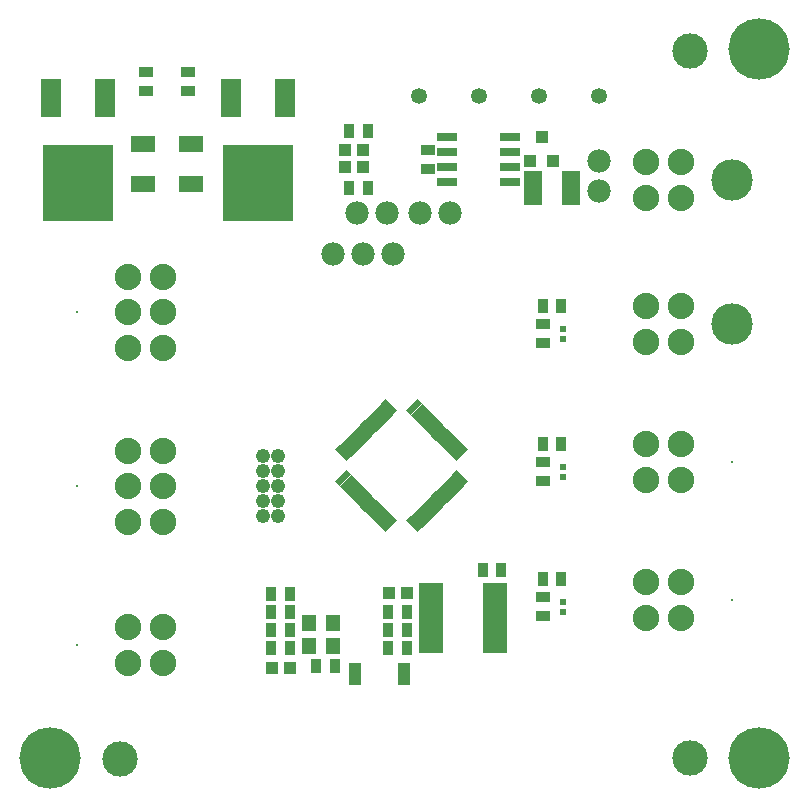
<source format=gts>
G04*
G04 #@! TF.GenerationSoftware,Altium Limited,Altium Designer,20.1.14 (287)*
G04*
G04 Layer_Color=8388736*
%FSLAX25Y25*%
%MOIN*%
G70*
G04*
G04 #@! TF.SameCoordinates,9EA74FF0-E2A0-47AC-9F38-8029312ED962*
G04*
G04*
G04 #@! TF.FilePolarity,Negative*
G04*
G01*
G75*
%ADD16R,0.03800X0.04800*%
%ADD17R,0.05100X0.05600*%
%ADD18R,0.04300X0.04300*%
G04:AMPARAMS|DCode=19|XSize=19.81mil|YSize=55.24mil|CornerRadius=0mil|HoleSize=0mil|Usage=FLASHONLY|Rotation=135.000|XOffset=0mil|YOffset=0mil|HoleType=Round|Shape=Rectangle|*
%AMROTATEDRECTD19*
4,1,4,0.02654,0.01253,-0.01253,-0.02654,-0.02654,-0.01253,0.01253,0.02654,0.02654,0.01253,0.0*
%
%ADD19ROTATEDRECTD19*%

G04:AMPARAMS|DCode=20|XSize=19.81mil|YSize=55.24mil|CornerRadius=0mil|HoleSize=0mil|Usage=FLASHONLY|Rotation=225.000|XOffset=0mil|YOffset=0mil|HoleType=Round|Shape=Rectangle|*
%AMROTATEDRECTD20*
4,1,4,-0.01253,0.02654,0.02654,-0.01253,0.01253,-0.02654,-0.02654,0.01253,-0.01253,0.02654,0.0*
%
%ADD20ROTATEDRECTD20*%

%ADD21C,0.11811*%
%ADD22R,0.04800X0.03800*%
%ADD23R,0.02375X0.02080*%
%ADD24R,0.07099X0.12611*%
%ADD25R,0.23635X0.25210*%
%ADD26R,0.07900X0.05500*%
%ADD27R,0.07887X0.23241*%
%ADD28C,0.05300*%
%ADD29R,0.06902X0.03162*%
%ADD30R,0.03950X0.04343*%
%ADD31R,0.05918X0.11824*%
%ADD32R,0.04300X0.07800*%
%ADD33C,0.08800*%
%ADD34C,0.00800*%
%ADD35C,0.20472*%
%ADD36C,0.04800*%
%ADD37C,0.13811*%
%ADD38C,0.07800*%
D16*
X441624Y194000D02*
D03*
X435376D02*
D03*
X450376Y182000D02*
D03*
X456624D02*
D03*
X441624Y188000D02*
D03*
X435376D02*
D03*
Y206000D02*
D03*
X441624D02*
D03*
X435376Y200000D02*
D03*
X441624D02*
D03*
X532124Y211000D02*
D03*
X525876D02*
D03*
X532124Y256000D02*
D03*
X525876D02*
D03*
Y302000D02*
D03*
X532124D02*
D03*
X461376Y341500D02*
D03*
X467624D02*
D03*
Y360500D02*
D03*
X461376D02*
D03*
X505876Y214000D02*
D03*
X512124D02*
D03*
X474376Y200000D02*
D03*
X480624D02*
D03*
X474376Y194000D02*
D03*
X480624D02*
D03*
Y188000D02*
D03*
X474376D02*
D03*
D17*
X447866Y196240D02*
D03*
X456134D02*
D03*
X447866Y188760D02*
D03*
X456134D02*
D03*
D18*
X441500Y181500D02*
D03*
X435500D02*
D03*
X466000Y354000D02*
D03*
X460000D02*
D03*
X466000Y348500D02*
D03*
X460000D02*
D03*
X480500Y206500D02*
D03*
X474500D02*
D03*
D19*
X474744Y229269D02*
D03*
X473352Y230661D02*
D03*
X471960Y232053D02*
D03*
X470568Y233445D02*
D03*
X469176Y234837D02*
D03*
X467784Y236229D02*
D03*
X466392Y237621D02*
D03*
X465000Y239013D02*
D03*
X463608Y240405D02*
D03*
X462216Y241797D02*
D03*
X460824Y243189D02*
D03*
X459432Y244581D02*
D03*
X483095Y268244D02*
D03*
X484487Y266852D02*
D03*
X485879Y265460D02*
D03*
X487271Y264068D02*
D03*
X488663Y262676D02*
D03*
X490055Y261284D02*
D03*
X491447Y259892D02*
D03*
X492839Y258500D02*
D03*
X494231Y257108D02*
D03*
X495623Y255716D02*
D03*
X497015Y254324D02*
D03*
X498407Y252932D02*
D03*
D20*
X459432D02*
D03*
X460824Y254324D02*
D03*
X462216Y255716D02*
D03*
X463608Y257108D02*
D03*
X465000Y258500D02*
D03*
X466392Y259892D02*
D03*
X467784Y261284D02*
D03*
X469176Y262676D02*
D03*
X470568Y264068D02*
D03*
X471960Y265460D02*
D03*
X473352Y266852D02*
D03*
X474744Y268244D02*
D03*
X498407Y244581D02*
D03*
X497015Y243189D02*
D03*
X495623Y241797D02*
D03*
X494231Y240405D02*
D03*
X492839Y239013D02*
D03*
X491447Y237621D02*
D03*
X490055Y236229D02*
D03*
X488663Y234837D02*
D03*
X487271Y233445D02*
D03*
X485879Y232053D02*
D03*
X484487Y230661D02*
D03*
X483095Y229269D02*
D03*
D21*
X575000Y151500D02*
D03*
Y387000D02*
D03*
X385000Y151000D02*
D03*
D22*
X526000Y243876D02*
D03*
Y250124D02*
D03*
Y289876D02*
D03*
Y296124D02*
D03*
Y198876D02*
D03*
Y205124D02*
D03*
X487500Y354124D02*
D03*
Y347876D02*
D03*
X407500Y373876D02*
D03*
Y380124D02*
D03*
X393500Y373876D02*
D03*
Y380124D02*
D03*
D23*
X532500Y200055D02*
D03*
Y203500D02*
D03*
Y245055D02*
D03*
Y248500D02*
D03*
Y294500D02*
D03*
Y291055D02*
D03*
D24*
X380000Y371500D02*
D03*
X362008D02*
D03*
X439992D02*
D03*
X422000D02*
D03*
D25*
X371004Y343232D02*
D03*
X430996D02*
D03*
D26*
X408500Y356108D02*
D03*
Y342892D02*
D03*
X392500D02*
D03*
Y356108D02*
D03*
D27*
X488500Y198000D02*
D03*
X510000D02*
D03*
D28*
X524500Y372000D02*
D03*
X484500D02*
D03*
X544500D02*
D03*
X504500D02*
D03*
D29*
X515132Y343493D02*
D03*
Y348493D02*
D03*
Y353493D02*
D03*
Y358493D02*
D03*
X493872Y343493D02*
D03*
Y348493D02*
D03*
Y353493D02*
D03*
Y358493D02*
D03*
D30*
X529240Y350563D02*
D03*
X521760D02*
D03*
X525500Y358437D02*
D03*
D31*
X522601Y341500D02*
D03*
X535399D02*
D03*
D32*
X463232Y179500D02*
D03*
X479768D02*
D03*
D33*
X387500Y311811D02*
D03*
X399319D02*
D03*
Y300000D02*
D03*
Y288189D02*
D03*
X387500Y300000D02*
D03*
X387500Y288189D02*
D03*
X387500Y230189D02*
D03*
X387500Y242000D02*
D03*
X399319Y230189D02*
D03*
Y242000D02*
D03*
Y253811D02*
D03*
X387500Y253811D02*
D03*
X399319Y194905D02*
D03*
Y183095D02*
D03*
X387500Y194905D02*
D03*
X387500Y183095D02*
D03*
X560181Y338094D02*
D03*
Y349905D02*
D03*
X572000Y338094D02*
D03*
Y349905D02*
D03*
X560181Y290094D02*
D03*
Y301905D02*
D03*
X572000Y290094D02*
D03*
X572000Y301905D02*
D03*
X560181Y244094D02*
D03*
Y255906D02*
D03*
X572000Y244094D02*
D03*
Y255906D02*
D03*
X560181Y198094D02*
D03*
Y209906D02*
D03*
X572000Y198094D02*
D03*
Y209906D02*
D03*
D34*
X370500Y300000D02*
D03*
Y242000D02*
D03*
Y189000D02*
D03*
X589000Y250000D02*
D03*
Y204000D02*
D03*
D35*
X597860Y387610D02*
D03*
Y151390D02*
D03*
X361640D02*
D03*
D36*
X437500Y242000D02*
D03*
X432500D02*
D03*
Y247000D02*
D03*
X437500D02*
D03*
Y252000D02*
D03*
X432500D02*
D03*
Y237000D02*
D03*
X437500D02*
D03*
Y232000D02*
D03*
X432500D02*
D03*
D37*
X589000Y344000D02*
D03*
Y296000D02*
D03*
D38*
X456000Y319500D02*
D03*
X476000D02*
D03*
X466000D02*
D03*
X474000Y333000D02*
D03*
X464000D02*
D03*
X485000D02*
D03*
X495000D02*
D03*
X544500Y350500D02*
D03*
Y340500D02*
D03*
M02*

</source>
